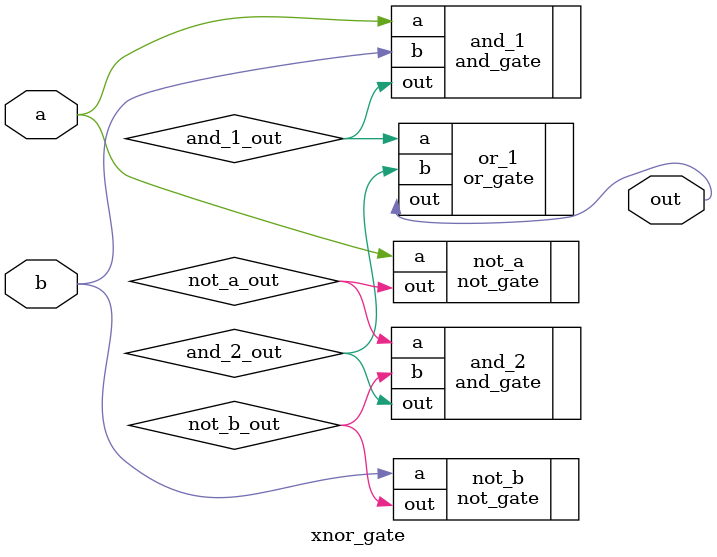
<source format=v>
module xnor_gate (a, b, out); 
	
	input a, b;

	output out;

	wire not_a_out, not_b_out;
	wire and_1_out, and_2_out;

	not_gate not_a (.a(a), .out(not_a_out));
	not_gate not_b (.a(b), .out(not_b_out));
	and_gate and_1 (.a(a), .b(b), .out(and_1_out));
	and_gate and_2 (.a(not_a_out), .b(not_b_out), .out(and_2_out));
	or_gate or_1 (.a(and_1_out), .b(and_2_out), .out(out));

endmodule
</source>
